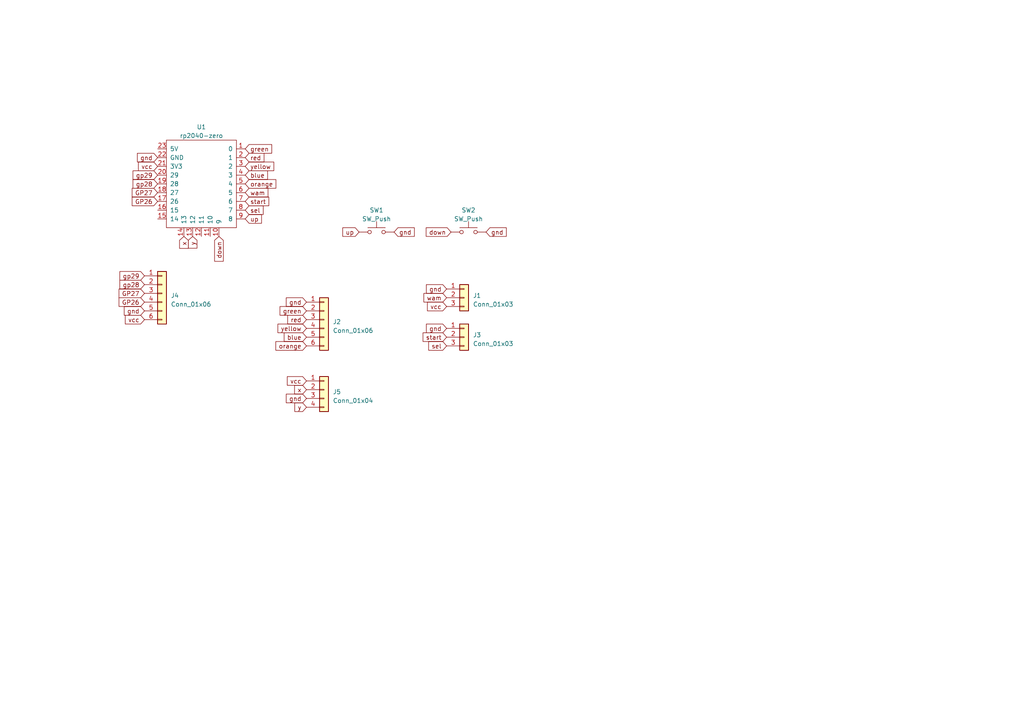
<source format=kicad_sch>
(kicad_sch (version 20230121) (generator eeschema)

  (uuid acc26832-c42b-410f-9d8f-13e1c1cb7cc2)

  (paper "A4")

  (lib_symbols
    (symbol "Connector_Generic:Conn_01x03" (pin_names (offset 1.016) hide) (in_bom yes) (on_board yes)
      (property "Reference" "J" (at 0 5.08 0)
        (effects (font (size 1.27 1.27)))
      )
      (property "Value" "Conn_01x03" (at 0 -5.08 0)
        (effects (font (size 1.27 1.27)))
      )
      (property "Footprint" "" (at 0 0 0)
        (effects (font (size 1.27 1.27)) hide)
      )
      (property "Datasheet" "~" (at 0 0 0)
        (effects (font (size 1.27 1.27)) hide)
      )
      (property "ki_keywords" "connector" (at 0 0 0)
        (effects (font (size 1.27 1.27)) hide)
      )
      (property "ki_description" "Generic connector, single row, 01x03, script generated (kicad-library-utils/schlib/autogen/connector/)" (at 0 0 0)
        (effects (font (size 1.27 1.27)) hide)
      )
      (property "ki_fp_filters" "Connector*:*_1x??_*" (at 0 0 0)
        (effects (font (size 1.27 1.27)) hide)
      )
      (symbol "Conn_01x03_1_1"
        (rectangle (start -1.27 -2.413) (end 0 -2.667)
          (stroke (width 0.1524) (type default))
          (fill (type none))
        )
        (rectangle (start -1.27 0.127) (end 0 -0.127)
          (stroke (width 0.1524) (type default))
          (fill (type none))
        )
        (rectangle (start -1.27 2.667) (end 0 2.413)
          (stroke (width 0.1524) (type default))
          (fill (type none))
        )
        (rectangle (start -1.27 3.81) (end 1.27 -3.81)
          (stroke (width 0.254) (type default))
          (fill (type background))
        )
        (pin passive line (at -5.08 2.54 0) (length 3.81)
          (name "Pin_1" (effects (font (size 1.27 1.27))))
          (number "1" (effects (font (size 1.27 1.27))))
        )
        (pin passive line (at -5.08 0 0) (length 3.81)
          (name "Pin_2" (effects (font (size 1.27 1.27))))
          (number "2" (effects (font (size 1.27 1.27))))
        )
        (pin passive line (at -5.08 -2.54 0) (length 3.81)
          (name "Pin_3" (effects (font (size 1.27 1.27))))
          (number "3" (effects (font (size 1.27 1.27))))
        )
      )
    )
    (symbol "Connector_Generic:Conn_01x04" (pin_names (offset 1.016) hide) (in_bom yes) (on_board yes)
      (property "Reference" "J" (at 0 5.08 0)
        (effects (font (size 1.27 1.27)))
      )
      (property "Value" "Conn_01x04" (at 0 -7.62 0)
        (effects (font (size 1.27 1.27)))
      )
      (property "Footprint" "" (at 0 0 0)
        (effects (font (size 1.27 1.27)) hide)
      )
      (property "Datasheet" "~" (at 0 0 0)
        (effects (font (size 1.27 1.27)) hide)
      )
      (property "ki_keywords" "connector" (at 0 0 0)
        (effects (font (size 1.27 1.27)) hide)
      )
      (property "ki_description" "Generic connector, single row, 01x04, script generated (kicad-library-utils/schlib/autogen/connector/)" (at 0 0 0)
        (effects (font (size 1.27 1.27)) hide)
      )
      (property "ki_fp_filters" "Connector*:*_1x??_*" (at 0 0 0)
        (effects (font (size 1.27 1.27)) hide)
      )
      (symbol "Conn_01x04_1_1"
        (rectangle (start -1.27 -4.953) (end 0 -5.207)
          (stroke (width 0.1524) (type default))
          (fill (type none))
        )
        (rectangle (start -1.27 -2.413) (end 0 -2.667)
          (stroke (width 0.1524) (type default))
          (fill (type none))
        )
        (rectangle (start -1.27 0.127) (end 0 -0.127)
          (stroke (width 0.1524) (type default))
          (fill (type none))
        )
        (rectangle (start -1.27 2.667) (end 0 2.413)
          (stroke (width 0.1524) (type default))
          (fill (type none))
        )
        (rectangle (start -1.27 3.81) (end 1.27 -6.35)
          (stroke (width 0.254) (type default))
          (fill (type background))
        )
        (pin passive line (at -5.08 2.54 0) (length 3.81)
          (name "Pin_1" (effects (font (size 1.27 1.27))))
          (number "1" (effects (font (size 1.27 1.27))))
        )
        (pin passive line (at -5.08 0 0) (length 3.81)
          (name "Pin_2" (effects (font (size 1.27 1.27))))
          (number "2" (effects (font (size 1.27 1.27))))
        )
        (pin passive line (at -5.08 -2.54 0) (length 3.81)
          (name "Pin_3" (effects (font (size 1.27 1.27))))
          (number "3" (effects (font (size 1.27 1.27))))
        )
        (pin passive line (at -5.08 -5.08 0) (length 3.81)
          (name "Pin_4" (effects (font (size 1.27 1.27))))
          (number "4" (effects (font (size 1.27 1.27))))
        )
      )
    )
    (symbol "Connector_Generic:Conn_01x06" (pin_names (offset 1.016) hide) (in_bom yes) (on_board yes)
      (property "Reference" "J" (at 0 7.62 0)
        (effects (font (size 1.27 1.27)))
      )
      (property "Value" "Conn_01x06" (at 0 -10.16 0)
        (effects (font (size 1.27 1.27)))
      )
      (property "Footprint" "" (at 0 0 0)
        (effects (font (size 1.27 1.27)) hide)
      )
      (property "Datasheet" "~" (at 0 0 0)
        (effects (font (size 1.27 1.27)) hide)
      )
      (property "ki_keywords" "connector" (at 0 0 0)
        (effects (font (size 1.27 1.27)) hide)
      )
      (property "ki_description" "Generic connector, single row, 01x06, script generated (kicad-library-utils/schlib/autogen/connector/)" (at 0 0 0)
        (effects (font (size 1.27 1.27)) hide)
      )
      (property "ki_fp_filters" "Connector*:*_1x??_*" (at 0 0 0)
        (effects (font (size 1.27 1.27)) hide)
      )
      (symbol "Conn_01x06_1_1"
        (rectangle (start -1.27 -7.493) (end 0 -7.747)
          (stroke (width 0.1524) (type default))
          (fill (type none))
        )
        (rectangle (start -1.27 -4.953) (end 0 -5.207)
          (stroke (width 0.1524) (type default))
          (fill (type none))
        )
        (rectangle (start -1.27 -2.413) (end 0 -2.667)
          (stroke (width 0.1524) (type default))
          (fill (type none))
        )
        (rectangle (start -1.27 0.127) (end 0 -0.127)
          (stroke (width 0.1524) (type default))
          (fill (type none))
        )
        (rectangle (start -1.27 2.667) (end 0 2.413)
          (stroke (width 0.1524) (type default))
          (fill (type none))
        )
        (rectangle (start -1.27 5.207) (end 0 4.953)
          (stroke (width 0.1524) (type default))
          (fill (type none))
        )
        (rectangle (start -1.27 6.35) (end 1.27 -8.89)
          (stroke (width 0.254) (type default))
          (fill (type background))
        )
        (pin passive line (at -5.08 5.08 0) (length 3.81)
          (name "Pin_1" (effects (font (size 1.27 1.27))))
          (number "1" (effects (font (size 1.27 1.27))))
        )
        (pin passive line (at -5.08 2.54 0) (length 3.81)
          (name "Pin_2" (effects (font (size 1.27 1.27))))
          (number "2" (effects (font (size 1.27 1.27))))
        )
        (pin passive line (at -5.08 0 0) (length 3.81)
          (name "Pin_3" (effects (font (size 1.27 1.27))))
          (number "3" (effects (font (size 1.27 1.27))))
        )
        (pin passive line (at -5.08 -2.54 0) (length 3.81)
          (name "Pin_4" (effects (font (size 1.27 1.27))))
          (number "4" (effects (font (size 1.27 1.27))))
        )
        (pin passive line (at -5.08 -5.08 0) (length 3.81)
          (name "Pin_5" (effects (font (size 1.27 1.27))))
          (number "5" (effects (font (size 1.27 1.27))))
        )
        (pin passive line (at -5.08 -7.62 0) (length 3.81)
          (name "Pin_6" (effects (font (size 1.27 1.27))))
          (number "6" (effects (font (size 1.27 1.27))))
        )
      )
    )
    (symbol "Switch:SW_Push" (pin_numbers hide) (pin_names (offset 1.016) hide) (in_bom yes) (on_board yes)
      (property "Reference" "SW" (at 1.27 2.54 0)
        (effects (font (size 1.27 1.27)) (justify left))
      )
      (property "Value" "SW_Push" (at 0 -1.524 0)
        (effects (font (size 1.27 1.27)))
      )
      (property "Footprint" "" (at 0 5.08 0)
        (effects (font (size 1.27 1.27)) hide)
      )
      (property "Datasheet" "~" (at 0 5.08 0)
        (effects (font (size 1.27 1.27)) hide)
      )
      (property "ki_keywords" "switch normally-open pushbutton push-button" (at 0 0 0)
        (effects (font (size 1.27 1.27)) hide)
      )
      (property "ki_description" "Push button switch, generic, two pins" (at 0 0 0)
        (effects (font (size 1.27 1.27)) hide)
      )
      (symbol "SW_Push_0_1"
        (circle (center -2.032 0) (radius 0.508)
          (stroke (width 0) (type default))
          (fill (type none))
        )
        (polyline
          (pts
            (xy 0 1.27)
            (xy 0 3.048)
          )
          (stroke (width 0) (type default))
          (fill (type none))
        )
        (polyline
          (pts
            (xy 2.54 1.27)
            (xy -2.54 1.27)
          )
          (stroke (width 0) (type default))
          (fill (type none))
        )
        (circle (center 2.032 0) (radius 0.508)
          (stroke (width 0) (type default))
          (fill (type none))
        )
        (pin passive line (at -5.08 0 0) (length 2.54)
          (name "1" (effects (font (size 1.27 1.27))))
          (number "1" (effects (font (size 1.27 1.27))))
        )
        (pin passive line (at 5.08 0 180) (length 2.54)
          (name "2" (effects (font (size 1.27 1.27))))
          (number "2" (effects (font (size 1.27 1.27))))
        )
      )
    )
    (symbol "mcu:rp2040-zero" (pin_names (offset 1.016)) (in_bom yes) (on_board yes)
      (property "Reference" "U" (at 0 15.24 0)
        (effects (font (size 1.27 1.27)))
      )
      (property "Value" "rp2040-zero" (at 0 12.7 0)
        (effects (font (size 1.27 1.27)))
      )
      (property "Footprint" "" (at -8.89 5.08 0)
        (effects (font (size 1.27 1.27)) hide)
      )
      (property "Datasheet" "" (at -8.89 5.08 0)
        (effects (font (size 1.27 1.27)) hide)
      )
      (symbol "rp2040-zero_0_1"
        (rectangle (start -10.16 11.43) (end 10.16 -13.97)
          (stroke (width 0) (type default))
          (fill (type none))
        )
      )
      (symbol "rp2040-zero_1_1"
        (pin bidirectional line (at 12.7 8.89 180) (length 2.54)
          (name "0" (effects (font (size 1.27 1.27))))
          (number "1" (effects (font (size 1.27 1.27))))
        )
        (pin bidirectional line (at 5.08 -16.51 90) (length 2.54)
          (name "9" (effects (font (size 1.27 1.27))))
          (number "10" (effects (font (size 1.27 1.27))))
        )
        (pin bidirectional line (at 2.54 -16.51 90) (length 2.54)
          (name "10" (effects (font (size 1.27 1.27))))
          (number "11" (effects (font (size 1.27 1.27))))
        )
        (pin bidirectional line (at 0 -16.51 90) (length 2.54)
          (name "11" (effects (font (size 1.27 1.27))))
          (number "12" (effects (font (size 1.27 1.27))))
        )
        (pin bidirectional line (at -2.54 -16.51 90) (length 2.54)
          (name "12" (effects (font (size 1.27 1.27))))
          (number "13" (effects (font (size 1.27 1.27))))
        )
        (pin bidirectional line (at -5.08 -16.51 90) (length 2.54)
          (name "13" (effects (font (size 1.27 1.27))))
          (number "14" (effects (font (size 1.27 1.27))))
        )
        (pin bidirectional line (at -12.7 -11.43 0) (length 2.54)
          (name "14" (effects (font (size 1.27 1.27))))
          (number "15" (effects (font (size 1.27 1.27))))
        )
        (pin bidirectional line (at -12.7 -8.89 0) (length 2.54)
          (name "15" (effects (font (size 1.27 1.27))))
          (number "16" (effects (font (size 1.27 1.27))))
        )
        (pin bidirectional line (at -12.7 -6.35 0) (length 2.54)
          (name "26" (effects (font (size 1.27 1.27))))
          (number "17" (effects (font (size 1.27 1.27))))
        )
        (pin bidirectional line (at -12.7 -3.81 0) (length 2.54)
          (name "27" (effects (font (size 1.27 1.27))))
          (number "18" (effects (font (size 1.27 1.27))))
        )
        (pin bidirectional line (at -12.7 -1.27 0) (length 2.54)
          (name "28" (effects (font (size 1.27 1.27))))
          (number "19" (effects (font (size 1.27 1.27))))
        )
        (pin bidirectional line (at 12.7 6.35 180) (length 2.54)
          (name "1" (effects (font (size 1.27 1.27))))
          (number "2" (effects (font (size 1.27 1.27))))
        )
        (pin bidirectional line (at -12.7 1.27 0) (length 2.54)
          (name "29" (effects (font (size 1.27 1.27))))
          (number "20" (effects (font (size 1.27 1.27))))
        )
        (pin power_out line (at -12.7 3.81 0) (length 2.54)
          (name "3V3" (effects (font (size 1.27 1.27))))
          (number "21" (effects (font (size 1.27 1.27))))
        )
        (pin power_out line (at -12.7 6.35 0) (length 2.54)
          (name "GND" (effects (font (size 1.27 1.27))))
          (number "22" (effects (font (size 1.27 1.27))))
        )
        (pin power_out line (at -12.7 8.89 0) (length 2.54)
          (name "5V" (effects (font (size 1.27 1.27))))
          (number "23" (effects (font (size 1.27 1.27))))
        )
        (pin bidirectional line (at 12.7 3.81 180) (length 2.54)
          (name "2" (effects (font (size 1.27 1.27))))
          (number "3" (effects (font (size 1.27 1.27))))
        )
        (pin bidirectional line (at 12.7 1.27 180) (length 2.54)
          (name "3" (effects (font (size 1.27 1.27))))
          (number "4" (effects (font (size 1.27 1.27))))
        )
        (pin bidirectional line (at 12.7 -1.27 180) (length 2.54)
          (name "4" (effects (font (size 1.27 1.27))))
          (number "5" (effects (font (size 1.27 1.27))))
        )
        (pin bidirectional line (at 12.7 -3.81 180) (length 2.54)
          (name "5" (effects (font (size 1.27 1.27))))
          (number "6" (effects (font (size 1.27 1.27))))
        )
        (pin bidirectional line (at 12.7 -6.35 180) (length 2.54)
          (name "6" (effects (font (size 1.27 1.27))))
          (number "7" (effects (font (size 1.27 1.27))))
        )
        (pin bidirectional line (at 12.7 -8.89 180) (length 2.54)
          (name "7" (effects (font (size 1.27 1.27))))
          (number "8" (effects (font (size 1.27 1.27))))
        )
        (pin bidirectional line (at 12.7 -11.43 180) (length 2.54)
          (name "8" (effects (font (size 1.27 1.27))))
          (number "9" (effects (font (size 1.27 1.27))))
        )
      )
    )
  )


  (global_label "blue" (shape input) (at 88.9 97.79 180) (fields_autoplaced)
    (effects (font (size 1.27 1.27)) (justify right))
    (uuid 12ad5e0b-a876-4ce6-837f-f2d48119fea9)
    (property "Intersheetrefs" "${INTERSHEET_REFS}" (at 81.9424 97.79 0)
      (effects (font (size 1.27 1.27)) (justify right) hide)
    )
  )
  (global_label "gnd" (shape input) (at 129.54 95.25 180) (fields_autoplaced)
    (effects (font (size 1.27 1.27)) (justify right))
    (uuid 155d3707-f669-4eb4-a4e3-09112cdbd2f0)
    (property "Intersheetrefs" "${INTERSHEET_REFS}" (at 123.1872 95.25 0)
      (effects (font (size 1.27 1.27)) (justify right) hide)
    )
  )
  (global_label "GP27" (shape input) (at 45.72 55.88 180) (fields_autoplaced)
    (effects (font (size 1.27 1.27)) (justify right))
    (uuid 2277a9b8-cf18-4282-8d83-836127e5974d)
    (property "Intersheetrefs" "${INTERSHEET_REFS}" (at 37.8552 55.88 0)
      (effects (font (size 1.27 1.27)) (justify right) hide)
    )
  )
  (global_label "wam" (shape input) (at 129.54 86.36 180) (fields_autoplaced)
    (effects (font (size 1.27 1.27)) (justify right))
    (uuid 2fa0d536-8543-409e-b61f-6aba69734da1)
    (property "Intersheetrefs" "${INTERSHEET_REFS}" (at 122.4614 86.36 0)
      (effects (font (size 1.27 1.27)) (justify right) hide)
    )
  )
  (global_label "y" (shape input) (at 88.9 118.11 180) (fields_autoplaced)
    (effects (font (size 1.27 1.27)) (justify right))
    (uuid 369e5894-6f67-41b2-a449-1217e59f8a1a)
    (property "Intersheetrefs" "${INTERSHEET_REFS}" (at 85.0266 118.11 0)
      (effects (font (size 1.27 1.27)) (justify right) hide)
    )
  )
  (global_label "gnd" (shape input) (at 88.9 87.63 180) (fields_autoplaced)
    (effects (font (size 1.27 1.27)) (justify right))
    (uuid 3bcb13e7-4615-46b9-81ad-2be6d61bde4e)
    (property "Intersheetrefs" "${INTERSHEET_REFS}" (at 82.5472 87.63 0)
      (effects (font (size 1.27 1.27)) (justify right) hide)
    )
  )
  (global_label "y" (shape input) (at 55.88 68.58 270) (fields_autoplaced)
    (effects (font (size 1.27 1.27)) (justify right))
    (uuid 3cccce26-2dfe-4af7-970c-71880cfa5ea8)
    (property "Intersheetrefs" "${INTERSHEET_REFS}" (at 55.88 72.4534 90)
      (effects (font (size 1.27 1.27)) (justify right) hide)
    )
  )
  (global_label "gnd" (shape input) (at 88.9 115.57 180) (fields_autoplaced)
    (effects (font (size 1.27 1.27)) (justify right))
    (uuid 3e1ccb39-1372-4e58-b76e-8593f53cf710)
    (property "Intersheetrefs" "${INTERSHEET_REFS}" (at 82.5472 115.57 0)
      (effects (font (size 1.27 1.27)) (justify right) hide)
    )
  )
  (global_label "gp28" (shape input) (at 45.72 53.34 180) (fields_autoplaced)
    (effects (font (size 1.27 1.27)) (justify right))
    (uuid 3f1c3dff-3a6c-40b1-bfb3-63bf7cdfc74f)
    (property "Intersheetrefs" "${INTERSHEET_REFS}" (at 38.0972 53.34 0)
      (effects (font (size 1.27 1.27)) (justify right) hide)
    )
  )
  (global_label "yellow" (shape input) (at 71.12 48.26 0) (fields_autoplaced)
    (effects (font (size 1.27 1.27)) (justify left))
    (uuid 403cc435-2434-403a-b180-0cbb1a6a69ac)
    (property "Intersheetrefs" "${INTERSHEET_REFS}" (at 79.8919 48.26 0)
      (effects (font (size 1.27 1.27)) (justify left) hide)
    )
  )
  (global_label "gp28" (shape input) (at 41.91 82.55 180) (fields_autoplaced)
    (effects (font (size 1.27 1.27)) (justify right))
    (uuid 48c62cbc-4bb0-4b2f-a8a4-432ac62db38c)
    (property "Intersheetrefs" "${INTERSHEET_REFS}" (at 34.2872 82.55 0)
      (effects (font (size 1.27 1.27)) (justify right) hide)
    )
  )
  (global_label "gnd" (shape input) (at 129.54 83.82 180) (fields_autoplaced)
    (effects (font (size 1.27 1.27)) (justify right))
    (uuid 624f79e8-c076-473d-892b-9838b9d4a419)
    (property "Intersheetrefs" "${INTERSHEET_REFS}" (at 123.1872 83.82 0)
      (effects (font (size 1.27 1.27)) (justify right) hide)
    )
  )
  (global_label "vcc" (shape input) (at 88.9 110.49 180) (fields_autoplaced)
    (effects (font (size 1.27 1.27)) (justify right))
    (uuid 62f53e46-d461-4dd2-9d10-b0ae297e2ddf)
    (property "Intersheetrefs" "${INTERSHEET_REFS}" (at 82.8494 110.49 0)
      (effects (font (size 1.27 1.27)) (justify right) hide)
    )
  )
  (global_label "blue" (shape input) (at 71.12 50.8 0) (fields_autoplaced)
    (effects (font (size 1.27 1.27)) (justify left))
    (uuid 6642d3fb-48b7-4dac-af45-f43a9b809a51)
    (property "Intersheetrefs" "${INTERSHEET_REFS}" (at 78.0776 50.8 0)
      (effects (font (size 1.27 1.27)) (justify left) hide)
    )
  )
  (global_label "down" (shape input) (at 130.81 67.31 180) (fields_autoplaced)
    (effects (font (size 1.27 1.27)) (justify right))
    (uuid 67dd2491-3e8b-43c4-a7e9-c78719720809)
    (property "Intersheetrefs" "${INTERSHEET_REFS}" (at 123.1267 67.31 0)
      (effects (font (size 1.27 1.27)) (justify right) hide)
    )
  )
  (global_label "sel" (shape input) (at 129.54 100.33 180) (fields_autoplaced)
    (effects (font (size 1.27 1.27)) (justify right))
    (uuid 68db2898-8b70-499b-9d0d-2b25a5cd2781)
    (property "Intersheetrefs" "${INTERSHEET_REFS}" (at 123.8523 100.33 0)
      (effects (font (size 1.27 1.27)) (justify right) hide)
    )
  )
  (global_label "up" (shape input) (at 71.12 63.5 0) (fields_autoplaced)
    (effects (font (size 1.27 1.27)) (justify left))
    (uuid 6adaf494-bf6e-46c6-a5da-3e1137fdc46a)
    (property "Intersheetrefs" "${INTERSHEET_REFS}" (at 76.3238 63.5 0)
      (effects (font (size 1.27 1.27)) (justify left) hide)
    )
  )
  (global_label "red" (shape input) (at 71.12 45.72 0) (fields_autoplaced)
    (effects (font (size 1.27 1.27)) (justify left))
    (uuid 737eff12-f076-4645-a84b-65c880a4ebf1)
    (property "Intersheetrefs" "${INTERSHEET_REFS}" (at 77.0496 45.72 0)
      (effects (font (size 1.27 1.27)) (justify left) hide)
    )
  )
  (global_label "vcc" (shape input) (at 129.54 88.9 180) (fields_autoplaced)
    (effects (font (size 1.27 1.27)) (justify right))
    (uuid 74dc2191-819b-44f4-944e-3928df44dced)
    (property "Intersheetrefs" "${INTERSHEET_REFS}" (at 123.4894 88.9 0)
      (effects (font (size 1.27 1.27)) (justify right) hide)
    )
  )
  (global_label "gnd" (shape input) (at 45.72 45.72 180) (fields_autoplaced)
    (effects (font (size 1.27 1.27)) (justify right))
    (uuid 7a3d057d-6fcd-4161-a361-cb5bae329239)
    (property "Intersheetrefs" "${INTERSHEET_REFS}" (at 39.3672 45.72 0)
      (effects (font (size 1.27 1.27)) (justify right) hide)
    )
  )
  (global_label "GP27" (shape input) (at 41.91 85.09 180) (fields_autoplaced)
    (effects (font (size 1.27 1.27)) (justify right))
    (uuid 7d705c5b-407d-48e5-8dea-c672c5332b96)
    (property "Intersheetrefs" "${INTERSHEET_REFS}" (at 34.0452 85.09 0)
      (effects (font (size 1.27 1.27)) (justify right) hide)
    )
  )
  (global_label "vcc" (shape input) (at 45.72 48.26 180) (fields_autoplaced)
    (effects (font (size 1.27 1.27)) (justify right))
    (uuid 85514056-f03c-4dd2-9c0a-dee51a18d47a)
    (property "Intersheetrefs" "${INTERSHEET_REFS}" (at 39.6694 48.26 0)
      (effects (font (size 1.27 1.27)) (justify right) hide)
    )
  )
  (global_label "vcc" (shape input) (at 41.91 92.71 180) (fields_autoplaced)
    (effects (font (size 1.27 1.27)) (justify right))
    (uuid 85ebc49f-9c73-4f89-8896-107958a595d4)
    (property "Intersheetrefs" "${INTERSHEET_REFS}" (at 35.8594 92.71 0)
      (effects (font (size 1.27 1.27)) (justify right) hide)
    )
  )
  (global_label "gnd" (shape input) (at 114.3 67.31 0) (fields_autoplaced)
    (effects (font (size 1.27 1.27)) (justify left))
    (uuid 8c61484f-befd-4946-b3c1-9a11308371e6)
    (property "Intersheetrefs" "${INTERSHEET_REFS}" (at 120.6528 67.31 0)
      (effects (font (size 1.27 1.27)) (justify left) hide)
    )
  )
  (global_label "down" (shape input) (at 63.5 68.58 270) (fields_autoplaced)
    (effects (font (size 1.27 1.27)) (justify right))
    (uuid 9342430b-5bf3-48bb-b006-614aa26ef6d4)
    (property "Intersheetrefs" "${INTERSHEET_REFS}" (at 63.5 76.2633 90)
      (effects (font (size 1.27 1.27)) (justify right) hide)
    )
  )
  (global_label "up" (shape input) (at 104.14 67.31 180) (fields_autoplaced)
    (effects (font (size 1.27 1.27)) (justify right))
    (uuid 958cab84-b8f7-4d8c-92f8-23ced9fa67bb)
    (property "Intersheetrefs" "${INTERSHEET_REFS}" (at 98.9362 67.31 0)
      (effects (font (size 1.27 1.27)) (justify right) hide)
    )
  )
  (global_label "gp29" (shape input) (at 45.72 50.8 180) (fields_autoplaced)
    (effects (font (size 1.27 1.27)) (justify right))
    (uuid a3746861-9c33-4c11-868d-e89f8bdb7b30)
    (property "Intersheetrefs" "${INTERSHEET_REFS}" (at 38.0972 50.8 0)
      (effects (font (size 1.27 1.27)) (justify right) hide)
    )
  )
  (global_label "orange" (shape input) (at 71.12 53.34 0) (fields_autoplaced)
    (effects (font (size 1.27 1.27)) (justify left))
    (uuid a742ad55-dae7-4f79-8e48-6cc02aaf813c)
    (property "Intersheetrefs" "${INTERSHEET_REFS}" (at 80.4966 53.34 0)
      (effects (font (size 1.27 1.27)) (justify left) hide)
    )
  )
  (global_label "start" (shape input) (at 71.12 58.42 0) (fields_autoplaced)
    (effects (font (size 1.27 1.27)) (justify left))
    (uuid a94a34ee-36a2-4328-83c1-fe0471d8c346)
    (property "Intersheetrefs" "${INTERSHEET_REFS}" (at 78.4405 58.42 0)
      (effects (font (size 1.27 1.27)) (justify left) hide)
    )
  )
  (global_label "gnd" (shape input) (at 140.97 67.31 0) (fields_autoplaced)
    (effects (font (size 1.27 1.27)) (justify left))
    (uuid b0945e3e-9e76-42a4-8992-43a6ee4f227d)
    (property "Intersheetrefs" "${INTERSHEET_REFS}" (at 147.3228 67.31 0)
      (effects (font (size 1.27 1.27)) (justify left) hide)
    )
  )
  (global_label "red" (shape input) (at 88.9 92.71 180) (fields_autoplaced)
    (effects (font (size 1.27 1.27)) (justify right))
    (uuid b68abaee-e6a2-42cc-96b9-1770b62585b2)
    (property "Intersheetrefs" "${INTERSHEET_REFS}" (at 82.9704 92.71 0)
      (effects (font (size 1.27 1.27)) (justify right) hide)
    )
  )
  (global_label "sel" (shape input) (at 71.12 60.96 0) (fields_autoplaced)
    (effects (font (size 1.27 1.27)) (justify left))
    (uuid bda1097c-4329-45ad-9726-8560f8c39508)
    (property "Intersheetrefs" "${INTERSHEET_REFS}" (at 76.8077 60.96 0)
      (effects (font (size 1.27 1.27)) (justify left) hide)
    )
  )
  (global_label "GP26" (shape input) (at 45.72 58.42 180) (fields_autoplaced)
    (effects (font (size 1.27 1.27)) (justify right))
    (uuid bfdeb067-e634-4395-8407-e01177d9a217)
    (property "Intersheetrefs" "${INTERSHEET_REFS}" (at 37.8552 58.42 0)
      (effects (font (size 1.27 1.27)) (justify right) hide)
    )
  )
  (global_label "gp29" (shape input) (at 41.91 80.01 180) (fields_autoplaced)
    (effects (font (size 1.27 1.27)) (justify right))
    (uuid c1728348-e9e9-448f-b9fb-187fa74fc65b)
    (property "Intersheetrefs" "${INTERSHEET_REFS}" (at 34.2872 80.01 0)
      (effects (font (size 1.27 1.27)) (justify right) hide)
    )
  )
  (global_label "wam" (shape input) (at 71.12 55.88 0) (fields_autoplaced)
    (effects (font (size 1.27 1.27)) (justify left))
    (uuid c38badd8-a10a-47a7-9f24-a90de976ca8f)
    (property "Intersheetrefs" "${INTERSHEET_REFS}" (at 78.1986 55.88 0)
      (effects (font (size 1.27 1.27)) (justify left) hide)
    )
  )
  (global_label "green" (shape input) (at 71.12 43.18 0) (fields_autoplaced)
    (effects (font (size 1.27 1.27)) (justify left))
    (uuid cb7d4381-6813-4539-9b89-2177232548e9)
    (property "Intersheetrefs" "${INTERSHEET_REFS}" (at 79.2872 43.18 0)
      (effects (font (size 1.27 1.27)) (justify left) hide)
    )
  )
  (global_label "x" (shape input) (at 53.34 68.58 270) (fields_autoplaced)
    (effects (font (size 1.27 1.27)) (justify right))
    (uuid cc245136-b4eb-4bd6-a679-aaac1a40bda6)
    (property "Intersheetrefs" "${INTERSHEET_REFS}" (at 53.34 72.5139 90)
      (effects (font (size 1.27 1.27)) (justify right) hide)
    )
  )
  (global_label "x" (shape input) (at 88.9 113.03 180) (fields_autoplaced)
    (effects (font (size 1.27 1.27)) (justify right))
    (uuid d24ecb16-0d21-4cbe-8c27-16fef4619a39)
    (property "Intersheetrefs" "${INTERSHEET_REFS}" (at 84.9661 113.03 0)
      (effects (font (size 1.27 1.27)) (justify right) hide)
    )
  )
  (global_label "start" (shape input) (at 129.54 97.79 180) (fields_autoplaced)
    (effects (font (size 1.27 1.27)) (justify right))
    (uuid d81fd121-4b6e-49a8-a2a6-1287e1153857)
    (property "Intersheetrefs" "${INTERSHEET_REFS}" (at 122.2195 97.79 0)
      (effects (font (size 1.27 1.27)) (justify right) hide)
    )
  )
  (global_label "green" (shape input) (at 88.9 90.17 180) (fields_autoplaced)
    (effects (font (size 1.27 1.27)) (justify right))
    (uuid d8818764-38dc-4df9-9072-aee61e7d6b6d)
    (property "Intersheetrefs" "${INTERSHEET_REFS}" (at 80.7328 90.17 0)
      (effects (font (size 1.27 1.27)) (justify right) hide)
    )
  )
  (global_label "yellow" (shape input) (at 88.9 95.25 180) (fields_autoplaced)
    (effects (font (size 1.27 1.27)) (justify right))
    (uuid e2f44c3b-fba6-4246-b197-7443145ee063)
    (property "Intersheetrefs" "${INTERSHEET_REFS}" (at 80.1281 95.25 0)
      (effects (font (size 1.27 1.27)) (justify right) hide)
    )
  )
  (global_label "GP26" (shape input) (at 41.91 87.63 180) (fields_autoplaced)
    (effects (font (size 1.27 1.27)) (justify right))
    (uuid ebf31d11-00db-4ecb-becf-80d6a81867c6)
    (property "Intersheetrefs" "${INTERSHEET_REFS}" (at 34.0452 87.63 0)
      (effects (font (size 1.27 1.27)) (justify right) hide)
    )
  )
  (global_label "gnd" (shape input) (at 41.91 90.17 180) (fields_autoplaced)
    (effects (font (size 1.27 1.27)) (justify right))
    (uuid f8eca798-6901-406f-8df6-d1dd39c856fa)
    (property "Intersheetrefs" "${INTERSHEET_REFS}" (at 35.5572 90.17 0)
      (effects (font (size 1.27 1.27)) (justify right) hide)
    )
  )
  (global_label "orange" (shape input) (at 88.9 100.33 180) (fields_autoplaced)
    (effects (font (size 1.27 1.27)) (justify right))
    (uuid fd5bf7fb-3cd5-45c1-b388-fff16114fa67)
    (property "Intersheetrefs" "${INTERSHEET_REFS}" (at 79.5234 100.33 0)
      (effects (font (size 1.27 1.27)) (justify right) hide)
    )
  )

  (symbol (lib_id "Connector_Generic:Conn_01x06") (at 93.98 92.71 0) (unit 1)
    (in_bom yes) (on_board yes) (dnp no) (fields_autoplaced)
    (uuid 2786ab45-7c59-482b-8b0f-811e183030ee)
    (property "Reference" "J2" (at 96.52 93.345 0)
      (effects (font (size 1.27 1.27)) (justify left))
    )
    (property "Value" "Conn_01x06" (at 96.52 95.885 0)
      (effects (font (size 1.27 1.27)) (justify left))
    )
    (property "Footprint" "Connector_PinSocket_2.54mm:PinSocket_1x06_P2.54mm_Vertical" (at 93.98 92.71 0)
      (effects (font (size 1.27 1.27)) hide)
    )
    (property "Datasheet" "~" (at 93.98 92.71 0)
      (effects (font (size 1.27 1.27)) hide)
    )
    (pin "1" (uuid 465c2d97-72fb-4c69-a9eb-2ddb6e39a17c))
    (pin "2" (uuid fe0068a5-b047-41ef-822a-4e050b04efb3))
    (pin "3" (uuid 6fc35724-4ba2-4dfa-83ae-acc2356bb246))
    (pin "4" (uuid 8c5c9dd8-8c2a-4bbc-9fae-89aeeed72ecc))
    (pin "5" (uuid fc5e5621-5619-4a7c-9c7f-853080106f9f))
    (pin "6" (uuid 34b0e6f5-e8c5-4705-b486-c7a906dc0a75))
    (instances
      (project "strum"
        (path "/acc26832-c42b-410f-9d8f-13e1c1cb7cc2"
          (reference "J2") (unit 1)
        )
      )
    )
  )

  (symbol (lib_id "Connector_Generic:Conn_01x06") (at 46.99 85.09 0) (unit 1)
    (in_bom yes) (on_board yes) (dnp no) (fields_autoplaced)
    (uuid 39802260-eccd-4eef-9d24-ea07041876ba)
    (property "Reference" "J4" (at 49.53 85.725 0)
      (effects (font (size 1.27 1.27)) (justify left))
    )
    (property "Value" "Conn_01x06" (at 49.53 88.265 0)
      (effects (font (size 1.27 1.27)) (justify left))
    )
    (property "Footprint" "Connector_PinSocket_2.54mm:PinSocket_1x06_P2.54mm_Vertical" (at 46.99 85.09 0)
      (effects (font (size 1.27 1.27)) hide)
    )
    (property "Datasheet" "~" (at 46.99 85.09 0)
      (effects (font (size 1.27 1.27)) hide)
    )
    (pin "1" (uuid c285ae47-1af3-4040-a04e-cdd946790393))
    (pin "2" (uuid a3510f49-5a1d-49ff-bdc1-5ddb9c8cfc4e))
    (pin "3" (uuid 48987015-7192-44d8-924b-1196e305e60e))
    (pin "4" (uuid e680a6d9-a6c7-46d6-8727-1bbd616f6461))
    (pin "5" (uuid 3d27ee83-d957-41e0-869f-f74972764c9b))
    (pin "6" (uuid 7883ffdd-84b8-4323-b5c7-f8db7e4383f2))
    (instances
      (project "strum"
        (path "/acc26832-c42b-410f-9d8f-13e1c1cb7cc2"
          (reference "J4") (unit 1)
        )
      )
    )
  )

  (symbol (lib_id "Connector_Generic:Conn_01x03") (at 134.62 86.36 0) (unit 1)
    (in_bom yes) (on_board yes) (dnp no) (fields_autoplaced)
    (uuid 44ed6fe6-b0ef-44fb-a6b2-1620c8ca2116)
    (property "Reference" "J1" (at 137.16 85.725 0)
      (effects (font (size 1.27 1.27)) (justify left))
    )
    (property "Value" "Conn_01x03" (at 137.16 88.265 0)
      (effects (font (size 1.27 1.27)) (justify left))
    )
    (property "Footprint" "Connector_PinSocket_2.54mm:PinSocket_1x03_P2.54mm_Vertical" (at 134.62 86.36 0)
      (effects (font (size 1.27 1.27)) hide)
    )
    (property "Datasheet" "~" (at 134.62 86.36 0)
      (effects (font (size 1.27 1.27)) hide)
    )
    (pin "1" (uuid fa507a00-d6d0-4923-86b8-83ed1535b267))
    (pin "2" (uuid 93d30b1c-e31e-4447-96bc-e41be114cd6e))
    (pin "3" (uuid 25c7400e-9493-4359-b7b5-499fe5f7fa72))
    (instances
      (project "strum"
        (path "/acc26832-c42b-410f-9d8f-13e1c1cb7cc2"
          (reference "J1") (unit 1)
        )
      )
    )
  )

  (symbol (lib_id "Switch:SW_Push") (at 135.89 67.31 0) (unit 1)
    (in_bom yes) (on_board yes) (dnp no) (fields_autoplaced)
    (uuid 63278f3e-8ca7-4199-916a-dbc4cdc8f9d2)
    (property "Reference" "SW2" (at 135.89 60.96 0)
      (effects (font (size 1.27 1.27)))
    )
    (property "Value" "SW_Push" (at 135.89 63.5 0)
      (effects (font (size 1.27 1.27)))
    )
    (property "Footprint" "Switch_Keyboard_Cherry_MX:SW_Cherry_MX_PCB" (at 135.89 62.23 0)
      (effects (font (size 1.27 1.27)) hide)
    )
    (property "Datasheet" "~" (at 135.89 62.23 0)
      (effects (font (size 1.27 1.27)) hide)
    )
    (pin "1" (uuid b660806a-e9a9-49ef-815a-86e9b6dc212c))
    (pin "2" (uuid 5d74c8b6-a8db-4c11-a410-49c90df6516b))
    (instances
      (project "strum"
        (path "/acc26832-c42b-410f-9d8f-13e1c1cb7cc2"
          (reference "SW2") (unit 1)
        )
      )
    )
  )

  (symbol (lib_id "mcu:rp2040-zero") (at 58.42 52.07 0) (unit 1)
    (in_bom yes) (on_board yes) (dnp no) (fields_autoplaced)
    (uuid 74fa37d5-f320-4459-bb0b-950d938f798c)
    (property "Reference" "U1" (at 58.42 36.83 0)
      (effects (font (size 1.27 1.27)))
    )
    (property "Value" "rp2040-zero" (at 58.42 39.37 0)
      (effects (font (size 1.27 1.27)))
    )
    (property "Footprint" "mcu:rp2040-zero-tht" (at 49.53 46.99 0)
      (effects (font (size 1.27 1.27)) hide)
    )
    (property "Datasheet" "" (at 49.53 46.99 0)
      (effects (font (size 1.27 1.27)) hide)
    )
    (pin "1" (uuid 6f4576bb-2cfc-44cc-8a75-5ad350c3d8ae))
    (pin "10" (uuid a11e38e5-c0c7-4d42-8ee9-cf303dd946ee))
    (pin "11" (uuid 0a7170ed-ea1e-4595-8f45-40a2330e9e9c))
    (pin "12" (uuid 26022f60-5e43-498d-95bd-6171716166ad))
    (pin "13" (uuid c197359e-434e-46c2-ae9e-d96fe923eb4a))
    (pin "14" (uuid 080fd317-b173-4904-9557-90324ebe0e58))
    (pin "15" (uuid 3c3ff70f-520f-447c-b690-7e1bce411a60))
    (pin "16" (uuid 2a55fc17-1c5d-45ce-b97a-809dab4a174d))
    (pin "17" (uuid a245daaf-8c27-4e5e-9db5-4bca35a07f12))
    (pin "18" (uuid 7dc7b781-71ad-44cf-b585-9715e7760884))
    (pin "19" (uuid 849ed0e4-12b4-44f3-ab03-ae5005b9a432))
    (pin "2" (uuid 4434de6d-884c-4a17-85e2-9fdbfe8ca4f5))
    (pin "20" (uuid 495ac960-ad24-497f-8e45-b01e658fbff4))
    (pin "21" (uuid 9db39088-f408-47c4-a21d-2610ea920ee1))
    (pin "22" (uuid fc183845-c7a7-46ac-980c-3f0b2b136ab3))
    (pin "23" (uuid a8e6278c-a446-4d12-a162-94da2e5fd1fb))
    (pin "3" (uuid 41aabdb7-148d-4082-8940-d99a52f9b5de))
    (pin "4" (uuid 4371a0ed-918d-4982-a62c-48df1e4a2d7d))
    (pin "5" (uuid b23af3ed-d2ca-4c4d-bb86-765f254622e7))
    (pin "6" (uuid 1a436911-25cd-4a0f-b733-f79b55634d67))
    (pin "7" (uuid 9382a5ce-17dc-4b7a-a5d3-b104ed830c94))
    (pin "8" (uuid 34d9a6a0-1da2-4419-9c19-fc81bfbae1ad))
    (pin "9" (uuid e41d7670-0357-4879-8e37-d25aa5b8aa96))
    (instances
      (project "strum"
        (path "/acc26832-c42b-410f-9d8f-13e1c1cb7cc2"
          (reference "U1") (unit 1)
        )
      )
    )
  )

  (symbol (lib_id "Connector_Generic:Conn_01x03") (at 134.62 97.79 0) (unit 1)
    (in_bom yes) (on_board yes) (dnp no) (fields_autoplaced)
    (uuid 81068a2f-8afb-4fa6-b8fa-3e784e6cd1b0)
    (property "Reference" "J3" (at 137.16 97.155 0)
      (effects (font (size 1.27 1.27)) (justify left))
    )
    (property "Value" "Conn_01x03" (at 137.16 99.695 0)
      (effects (font (size 1.27 1.27)) (justify left))
    )
    (property "Footprint" "Connector_PinSocket_2.54mm:PinSocket_1x03_P2.54mm_Vertical" (at 134.62 97.79 0)
      (effects (font (size 1.27 1.27)) hide)
    )
    (property "Datasheet" "~" (at 134.62 97.79 0)
      (effects (font (size 1.27 1.27)) hide)
    )
    (pin "1" (uuid f5a5ac1d-e3d0-4608-8547-33b7d7f3a4aa))
    (pin "2" (uuid 89ce060a-fc66-4735-881c-27f850f16ddc))
    (pin "3" (uuid 2637ce3b-08e7-49e7-8e94-f1ed7509b9bb))
    (instances
      (project "strum"
        (path "/acc26832-c42b-410f-9d8f-13e1c1cb7cc2"
          (reference "J3") (unit 1)
        )
      )
    )
  )

  (symbol (lib_id "Connector_Generic:Conn_01x04") (at 93.98 113.03 0) (unit 1)
    (in_bom yes) (on_board yes) (dnp no) (fields_autoplaced)
    (uuid b07e11a8-6828-4813-8edb-477e38ac1c14)
    (property "Reference" "J5" (at 96.52 113.665 0)
      (effects (font (size 1.27 1.27)) (justify left))
    )
    (property "Value" "Conn_01x04" (at 96.52 116.205 0)
      (effects (font (size 1.27 1.27)) (justify left))
    )
    (property "Footprint" "Connector_PinSocket_2.54mm:PinSocket_1x04_P2.54mm_Vertical" (at 93.98 113.03 0)
      (effects (font (size 1.27 1.27)) hide)
    )
    (property "Datasheet" "~" (at 93.98 113.03 0)
      (effects (font (size 1.27 1.27)) hide)
    )
    (pin "1" (uuid 5a0930ed-87f1-4ab3-a85a-bb73ba0851b4))
    (pin "2" (uuid ccb67c4f-39d7-46a7-80ec-47bb2d5c8504))
    (pin "3" (uuid ea8ce766-d43e-4dca-bbac-7bfb941b3349))
    (pin "4" (uuid 4154dd44-6de1-44dc-a434-13ee2f85eca7))
    (instances
      (project "strum"
        (path "/acc26832-c42b-410f-9d8f-13e1c1cb7cc2"
          (reference "J5") (unit 1)
        )
      )
    )
  )

  (symbol (lib_id "Switch:SW_Push") (at 109.22 67.31 0) (unit 1)
    (in_bom yes) (on_board yes) (dnp no) (fields_autoplaced)
    (uuid e07ac9fe-8dfc-4caf-ab43-306ff7028e06)
    (property "Reference" "SW1" (at 109.22 60.96 0)
      (effects (font (size 1.27 1.27)))
    )
    (property "Value" "SW_Push" (at 109.22 63.5 0)
      (effects (font (size 1.27 1.27)))
    )
    (property "Footprint" "Switch_Keyboard_Cherry_MX:SW_Cherry_MX_PCB" (at 109.22 62.23 0)
      (effects (font (size 1.27 1.27)) hide)
    )
    (property "Datasheet" "~" (at 109.22 62.23 0)
      (effects (font (size 1.27 1.27)) hide)
    )
    (pin "1" (uuid e9019179-f685-4bd6-9344-372eb4ae9799))
    (pin "2" (uuid f6f8afc6-92ba-484a-a35c-9993c27e7542))
    (instances
      (project "strum"
        (path "/acc26832-c42b-410f-9d8f-13e1c1cb7cc2"
          (reference "SW1") (unit 1)
        )
      )
    )
  )

  (sheet_instances
    (path "/" (page "1"))
  )
)

</source>
